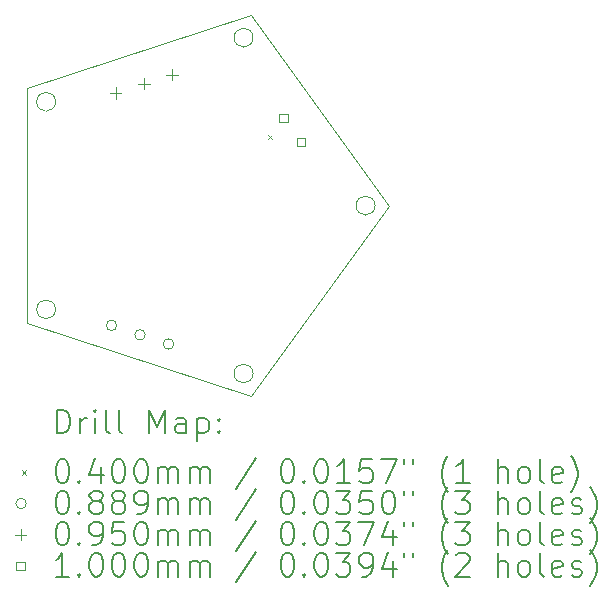
<source format=gbr>
%TF.GenerationSoftware,KiCad,Pcbnew,(6.0.8-1)-1*%
%TF.CreationDate,2022-11-30T21:42:04-05:00*%
%TF.ProjectId,Untitled,556e7469-746c-4656-942e-6b696361645f,rev?*%
%TF.SameCoordinates,Original*%
%TF.FileFunction,Drillmap*%
%TF.FilePolarity,Positive*%
%FSLAX45Y45*%
G04 Gerber Fmt 4.5, Leading zero omitted, Abs format (unit mm)*
G04 Created by KiCad (PCBNEW (6.0.8-1)-1) date 2022-11-30 21:42:04*
%MOMM*%
%LPD*%
G01*
G04 APERTURE LIST*
%ADD10C,0.100000*%
%ADD11C,0.200000*%
%ADD12C,0.040000*%
%ADD13C,0.088900*%
%ADD14C,0.095000*%
G04 APERTURE END LIST*
D10*
X9244000Y-4922000D02*
G75*
G03*
X9244000Y-4922000I-80000J0D01*
G01*
X9244000Y-6680000D02*
G75*
G03*
X9244000Y-6680000I-80000J0D01*
G01*
X10898000Y-4188000D02*
X9002000Y-4804000D01*
X9002000Y-6798000D02*
X10898000Y-7414000D01*
X9002000Y-4804000D02*
X9002000Y-6798000D01*
X12069000Y-5801000D02*
X10898000Y-7414000D01*
X11949000Y-5801000D02*
G75*
G03*
X11949000Y-5801000I-80000J0D01*
G01*
X10916000Y-7223000D02*
G75*
G03*
X10916000Y-7223000I-80000J0D01*
G01*
X10916000Y-4379000D02*
G75*
G03*
X10916000Y-4379000I-80000J0D01*
G01*
X12069000Y-5801000D02*
X10898000Y-4188000D01*
D11*
D12*
X11040000Y-5200000D02*
X11080000Y-5240000D01*
X11080000Y-5200000D02*
X11040000Y-5240000D01*
D13*
X9761830Y-6815800D02*
G75*
G03*
X9761830Y-6815800I-44450J0D01*
G01*
X10003398Y-6894291D02*
G75*
G03*
X10003398Y-6894291I-44450J0D01*
G01*
X10244967Y-6972781D02*
G75*
G03*
X10244967Y-6972781I-44450J0D01*
G01*
D14*
X9754472Y-4799824D02*
X9754472Y-4894824D01*
X9706972Y-4847324D02*
X9801972Y-4847324D01*
X9992236Y-4722570D02*
X9992236Y-4817570D01*
X9944736Y-4770070D02*
X10039736Y-4770070D01*
X10230000Y-4645315D02*
X10230000Y-4740315D01*
X10182500Y-4692815D02*
X10277500Y-4692815D01*
D10*
X11208409Y-5093102D02*
X11208409Y-5022390D01*
X11137698Y-5022390D01*
X11137698Y-5093102D01*
X11208409Y-5093102D01*
X11355356Y-5295356D02*
X11355356Y-5224644D01*
X11284644Y-5224644D01*
X11284644Y-5295356D01*
X11355356Y-5295356D01*
D11*
X9254619Y-7729476D02*
X9254619Y-7529476D01*
X9302238Y-7529476D01*
X9330810Y-7539000D01*
X9349857Y-7558048D01*
X9359381Y-7577095D01*
X9368905Y-7615190D01*
X9368905Y-7643762D01*
X9359381Y-7681857D01*
X9349857Y-7700905D01*
X9330810Y-7719952D01*
X9302238Y-7729476D01*
X9254619Y-7729476D01*
X9454619Y-7729476D02*
X9454619Y-7596143D01*
X9454619Y-7634238D02*
X9464143Y-7615190D01*
X9473667Y-7605667D01*
X9492714Y-7596143D01*
X9511762Y-7596143D01*
X9578429Y-7729476D02*
X9578429Y-7596143D01*
X9578429Y-7529476D02*
X9568905Y-7539000D01*
X9578429Y-7548524D01*
X9587952Y-7539000D01*
X9578429Y-7529476D01*
X9578429Y-7548524D01*
X9702238Y-7729476D02*
X9683190Y-7719952D01*
X9673667Y-7700905D01*
X9673667Y-7529476D01*
X9807000Y-7729476D02*
X9787952Y-7719952D01*
X9778429Y-7700905D01*
X9778429Y-7529476D01*
X10035571Y-7729476D02*
X10035571Y-7529476D01*
X10102238Y-7672333D01*
X10168905Y-7529476D01*
X10168905Y-7729476D01*
X10349857Y-7729476D02*
X10349857Y-7624714D01*
X10340333Y-7605667D01*
X10321286Y-7596143D01*
X10283190Y-7596143D01*
X10264143Y-7605667D01*
X10349857Y-7719952D02*
X10330810Y-7729476D01*
X10283190Y-7729476D01*
X10264143Y-7719952D01*
X10254619Y-7700905D01*
X10254619Y-7681857D01*
X10264143Y-7662809D01*
X10283190Y-7653286D01*
X10330810Y-7653286D01*
X10349857Y-7643762D01*
X10445095Y-7596143D02*
X10445095Y-7796143D01*
X10445095Y-7605667D02*
X10464143Y-7596143D01*
X10502238Y-7596143D01*
X10521286Y-7605667D01*
X10530810Y-7615190D01*
X10540333Y-7634238D01*
X10540333Y-7691381D01*
X10530810Y-7710428D01*
X10521286Y-7719952D01*
X10502238Y-7729476D01*
X10464143Y-7729476D01*
X10445095Y-7719952D01*
X10626048Y-7710428D02*
X10635571Y-7719952D01*
X10626048Y-7729476D01*
X10616524Y-7719952D01*
X10626048Y-7710428D01*
X10626048Y-7729476D01*
X10626048Y-7605667D02*
X10635571Y-7615190D01*
X10626048Y-7624714D01*
X10616524Y-7615190D01*
X10626048Y-7605667D01*
X10626048Y-7624714D01*
D12*
X8957000Y-8039000D02*
X8997000Y-8079000D01*
X8997000Y-8039000D02*
X8957000Y-8079000D01*
D11*
X9292714Y-7949476D02*
X9311762Y-7949476D01*
X9330810Y-7959000D01*
X9340333Y-7968524D01*
X9349857Y-7987571D01*
X9359381Y-8025667D01*
X9359381Y-8073286D01*
X9349857Y-8111381D01*
X9340333Y-8130428D01*
X9330810Y-8139952D01*
X9311762Y-8149476D01*
X9292714Y-8149476D01*
X9273667Y-8139952D01*
X9264143Y-8130428D01*
X9254619Y-8111381D01*
X9245095Y-8073286D01*
X9245095Y-8025667D01*
X9254619Y-7987571D01*
X9264143Y-7968524D01*
X9273667Y-7959000D01*
X9292714Y-7949476D01*
X9445095Y-8130428D02*
X9454619Y-8139952D01*
X9445095Y-8149476D01*
X9435571Y-8139952D01*
X9445095Y-8130428D01*
X9445095Y-8149476D01*
X9626048Y-8016143D02*
X9626048Y-8149476D01*
X9578429Y-7939952D02*
X9530810Y-8082809D01*
X9654619Y-8082809D01*
X9768905Y-7949476D02*
X9787952Y-7949476D01*
X9807000Y-7959000D01*
X9816524Y-7968524D01*
X9826048Y-7987571D01*
X9835571Y-8025667D01*
X9835571Y-8073286D01*
X9826048Y-8111381D01*
X9816524Y-8130428D01*
X9807000Y-8139952D01*
X9787952Y-8149476D01*
X9768905Y-8149476D01*
X9749857Y-8139952D01*
X9740333Y-8130428D01*
X9730810Y-8111381D01*
X9721286Y-8073286D01*
X9721286Y-8025667D01*
X9730810Y-7987571D01*
X9740333Y-7968524D01*
X9749857Y-7959000D01*
X9768905Y-7949476D01*
X9959381Y-7949476D02*
X9978429Y-7949476D01*
X9997476Y-7959000D01*
X10007000Y-7968524D01*
X10016524Y-7987571D01*
X10026048Y-8025667D01*
X10026048Y-8073286D01*
X10016524Y-8111381D01*
X10007000Y-8130428D01*
X9997476Y-8139952D01*
X9978429Y-8149476D01*
X9959381Y-8149476D01*
X9940333Y-8139952D01*
X9930810Y-8130428D01*
X9921286Y-8111381D01*
X9911762Y-8073286D01*
X9911762Y-8025667D01*
X9921286Y-7987571D01*
X9930810Y-7968524D01*
X9940333Y-7959000D01*
X9959381Y-7949476D01*
X10111762Y-8149476D02*
X10111762Y-8016143D01*
X10111762Y-8035190D02*
X10121286Y-8025667D01*
X10140333Y-8016143D01*
X10168905Y-8016143D01*
X10187952Y-8025667D01*
X10197476Y-8044714D01*
X10197476Y-8149476D01*
X10197476Y-8044714D02*
X10207000Y-8025667D01*
X10226048Y-8016143D01*
X10254619Y-8016143D01*
X10273667Y-8025667D01*
X10283190Y-8044714D01*
X10283190Y-8149476D01*
X10378429Y-8149476D02*
X10378429Y-8016143D01*
X10378429Y-8035190D02*
X10387952Y-8025667D01*
X10407000Y-8016143D01*
X10435571Y-8016143D01*
X10454619Y-8025667D01*
X10464143Y-8044714D01*
X10464143Y-8149476D01*
X10464143Y-8044714D02*
X10473667Y-8025667D01*
X10492714Y-8016143D01*
X10521286Y-8016143D01*
X10540333Y-8025667D01*
X10549857Y-8044714D01*
X10549857Y-8149476D01*
X10940333Y-7939952D02*
X10768905Y-8197095D01*
X11197476Y-7949476D02*
X11216524Y-7949476D01*
X11235571Y-7959000D01*
X11245095Y-7968524D01*
X11254619Y-7987571D01*
X11264143Y-8025667D01*
X11264143Y-8073286D01*
X11254619Y-8111381D01*
X11245095Y-8130428D01*
X11235571Y-8139952D01*
X11216524Y-8149476D01*
X11197476Y-8149476D01*
X11178429Y-8139952D01*
X11168905Y-8130428D01*
X11159381Y-8111381D01*
X11149857Y-8073286D01*
X11149857Y-8025667D01*
X11159381Y-7987571D01*
X11168905Y-7968524D01*
X11178429Y-7959000D01*
X11197476Y-7949476D01*
X11349857Y-8130428D02*
X11359381Y-8139952D01*
X11349857Y-8149476D01*
X11340333Y-8139952D01*
X11349857Y-8130428D01*
X11349857Y-8149476D01*
X11483190Y-7949476D02*
X11502238Y-7949476D01*
X11521286Y-7959000D01*
X11530809Y-7968524D01*
X11540333Y-7987571D01*
X11549857Y-8025667D01*
X11549857Y-8073286D01*
X11540333Y-8111381D01*
X11530809Y-8130428D01*
X11521286Y-8139952D01*
X11502238Y-8149476D01*
X11483190Y-8149476D01*
X11464143Y-8139952D01*
X11454619Y-8130428D01*
X11445095Y-8111381D01*
X11435571Y-8073286D01*
X11435571Y-8025667D01*
X11445095Y-7987571D01*
X11454619Y-7968524D01*
X11464143Y-7959000D01*
X11483190Y-7949476D01*
X11740333Y-8149476D02*
X11626048Y-8149476D01*
X11683190Y-8149476D02*
X11683190Y-7949476D01*
X11664143Y-7978048D01*
X11645095Y-7997095D01*
X11626048Y-8006619D01*
X11921286Y-7949476D02*
X11826048Y-7949476D01*
X11816524Y-8044714D01*
X11826048Y-8035190D01*
X11845095Y-8025667D01*
X11892714Y-8025667D01*
X11911762Y-8035190D01*
X11921286Y-8044714D01*
X11930809Y-8063762D01*
X11930809Y-8111381D01*
X11921286Y-8130428D01*
X11911762Y-8139952D01*
X11892714Y-8149476D01*
X11845095Y-8149476D01*
X11826048Y-8139952D01*
X11816524Y-8130428D01*
X11997476Y-7949476D02*
X12130809Y-7949476D01*
X12045095Y-8149476D01*
X12197476Y-7949476D02*
X12197476Y-7987571D01*
X12273667Y-7949476D02*
X12273667Y-7987571D01*
X12568905Y-8225667D02*
X12559381Y-8216143D01*
X12540333Y-8187571D01*
X12530809Y-8168524D01*
X12521286Y-8139952D01*
X12511762Y-8092333D01*
X12511762Y-8054238D01*
X12521286Y-8006619D01*
X12530809Y-7978048D01*
X12540333Y-7959000D01*
X12559381Y-7930428D01*
X12568905Y-7920905D01*
X12749857Y-8149476D02*
X12635571Y-8149476D01*
X12692714Y-8149476D02*
X12692714Y-7949476D01*
X12673667Y-7978048D01*
X12654619Y-7997095D01*
X12635571Y-8006619D01*
X12987952Y-8149476D02*
X12987952Y-7949476D01*
X13073667Y-8149476D02*
X13073667Y-8044714D01*
X13064143Y-8025667D01*
X13045095Y-8016143D01*
X13016524Y-8016143D01*
X12997476Y-8025667D01*
X12987952Y-8035190D01*
X13197476Y-8149476D02*
X13178428Y-8139952D01*
X13168905Y-8130428D01*
X13159381Y-8111381D01*
X13159381Y-8054238D01*
X13168905Y-8035190D01*
X13178428Y-8025667D01*
X13197476Y-8016143D01*
X13226048Y-8016143D01*
X13245095Y-8025667D01*
X13254619Y-8035190D01*
X13264143Y-8054238D01*
X13264143Y-8111381D01*
X13254619Y-8130428D01*
X13245095Y-8139952D01*
X13226048Y-8149476D01*
X13197476Y-8149476D01*
X13378428Y-8149476D02*
X13359381Y-8139952D01*
X13349857Y-8120905D01*
X13349857Y-7949476D01*
X13530809Y-8139952D02*
X13511762Y-8149476D01*
X13473667Y-8149476D01*
X13454619Y-8139952D01*
X13445095Y-8120905D01*
X13445095Y-8044714D01*
X13454619Y-8025667D01*
X13473667Y-8016143D01*
X13511762Y-8016143D01*
X13530809Y-8025667D01*
X13540333Y-8044714D01*
X13540333Y-8063762D01*
X13445095Y-8082809D01*
X13607000Y-8225667D02*
X13616524Y-8216143D01*
X13635571Y-8187571D01*
X13645095Y-8168524D01*
X13654619Y-8139952D01*
X13664143Y-8092333D01*
X13664143Y-8054238D01*
X13654619Y-8006619D01*
X13645095Y-7978048D01*
X13635571Y-7959000D01*
X13616524Y-7930428D01*
X13607000Y-7920905D01*
D13*
X8997000Y-8323000D02*
G75*
G03*
X8997000Y-8323000I-44450J0D01*
G01*
D11*
X9292714Y-8213476D02*
X9311762Y-8213476D01*
X9330810Y-8223000D01*
X9340333Y-8232524D01*
X9349857Y-8251571D01*
X9359381Y-8289667D01*
X9359381Y-8337286D01*
X9349857Y-8375381D01*
X9340333Y-8394429D01*
X9330810Y-8403952D01*
X9311762Y-8413476D01*
X9292714Y-8413476D01*
X9273667Y-8403952D01*
X9264143Y-8394429D01*
X9254619Y-8375381D01*
X9245095Y-8337286D01*
X9245095Y-8289667D01*
X9254619Y-8251571D01*
X9264143Y-8232524D01*
X9273667Y-8223000D01*
X9292714Y-8213476D01*
X9445095Y-8394429D02*
X9454619Y-8403952D01*
X9445095Y-8413476D01*
X9435571Y-8403952D01*
X9445095Y-8394429D01*
X9445095Y-8413476D01*
X9568905Y-8299190D02*
X9549857Y-8289667D01*
X9540333Y-8280143D01*
X9530810Y-8261095D01*
X9530810Y-8251571D01*
X9540333Y-8232524D01*
X9549857Y-8223000D01*
X9568905Y-8213476D01*
X9607000Y-8213476D01*
X9626048Y-8223000D01*
X9635571Y-8232524D01*
X9645095Y-8251571D01*
X9645095Y-8261095D01*
X9635571Y-8280143D01*
X9626048Y-8289667D01*
X9607000Y-8299190D01*
X9568905Y-8299190D01*
X9549857Y-8308714D01*
X9540333Y-8318238D01*
X9530810Y-8337286D01*
X9530810Y-8375381D01*
X9540333Y-8394429D01*
X9549857Y-8403952D01*
X9568905Y-8413476D01*
X9607000Y-8413476D01*
X9626048Y-8403952D01*
X9635571Y-8394429D01*
X9645095Y-8375381D01*
X9645095Y-8337286D01*
X9635571Y-8318238D01*
X9626048Y-8308714D01*
X9607000Y-8299190D01*
X9759381Y-8299190D02*
X9740333Y-8289667D01*
X9730810Y-8280143D01*
X9721286Y-8261095D01*
X9721286Y-8251571D01*
X9730810Y-8232524D01*
X9740333Y-8223000D01*
X9759381Y-8213476D01*
X9797476Y-8213476D01*
X9816524Y-8223000D01*
X9826048Y-8232524D01*
X9835571Y-8251571D01*
X9835571Y-8261095D01*
X9826048Y-8280143D01*
X9816524Y-8289667D01*
X9797476Y-8299190D01*
X9759381Y-8299190D01*
X9740333Y-8308714D01*
X9730810Y-8318238D01*
X9721286Y-8337286D01*
X9721286Y-8375381D01*
X9730810Y-8394429D01*
X9740333Y-8403952D01*
X9759381Y-8413476D01*
X9797476Y-8413476D01*
X9816524Y-8403952D01*
X9826048Y-8394429D01*
X9835571Y-8375381D01*
X9835571Y-8337286D01*
X9826048Y-8318238D01*
X9816524Y-8308714D01*
X9797476Y-8299190D01*
X9930810Y-8413476D02*
X9968905Y-8413476D01*
X9987952Y-8403952D01*
X9997476Y-8394429D01*
X10016524Y-8365857D01*
X10026048Y-8327762D01*
X10026048Y-8251571D01*
X10016524Y-8232524D01*
X10007000Y-8223000D01*
X9987952Y-8213476D01*
X9949857Y-8213476D01*
X9930810Y-8223000D01*
X9921286Y-8232524D01*
X9911762Y-8251571D01*
X9911762Y-8299190D01*
X9921286Y-8318238D01*
X9930810Y-8327762D01*
X9949857Y-8337286D01*
X9987952Y-8337286D01*
X10007000Y-8327762D01*
X10016524Y-8318238D01*
X10026048Y-8299190D01*
X10111762Y-8413476D02*
X10111762Y-8280143D01*
X10111762Y-8299190D02*
X10121286Y-8289667D01*
X10140333Y-8280143D01*
X10168905Y-8280143D01*
X10187952Y-8289667D01*
X10197476Y-8308714D01*
X10197476Y-8413476D01*
X10197476Y-8308714D02*
X10207000Y-8289667D01*
X10226048Y-8280143D01*
X10254619Y-8280143D01*
X10273667Y-8289667D01*
X10283190Y-8308714D01*
X10283190Y-8413476D01*
X10378429Y-8413476D02*
X10378429Y-8280143D01*
X10378429Y-8299190D02*
X10387952Y-8289667D01*
X10407000Y-8280143D01*
X10435571Y-8280143D01*
X10454619Y-8289667D01*
X10464143Y-8308714D01*
X10464143Y-8413476D01*
X10464143Y-8308714D02*
X10473667Y-8289667D01*
X10492714Y-8280143D01*
X10521286Y-8280143D01*
X10540333Y-8289667D01*
X10549857Y-8308714D01*
X10549857Y-8413476D01*
X10940333Y-8203952D02*
X10768905Y-8461095D01*
X11197476Y-8213476D02*
X11216524Y-8213476D01*
X11235571Y-8223000D01*
X11245095Y-8232524D01*
X11254619Y-8251571D01*
X11264143Y-8289667D01*
X11264143Y-8337286D01*
X11254619Y-8375381D01*
X11245095Y-8394429D01*
X11235571Y-8403952D01*
X11216524Y-8413476D01*
X11197476Y-8413476D01*
X11178429Y-8403952D01*
X11168905Y-8394429D01*
X11159381Y-8375381D01*
X11149857Y-8337286D01*
X11149857Y-8289667D01*
X11159381Y-8251571D01*
X11168905Y-8232524D01*
X11178429Y-8223000D01*
X11197476Y-8213476D01*
X11349857Y-8394429D02*
X11359381Y-8403952D01*
X11349857Y-8413476D01*
X11340333Y-8403952D01*
X11349857Y-8394429D01*
X11349857Y-8413476D01*
X11483190Y-8213476D02*
X11502238Y-8213476D01*
X11521286Y-8223000D01*
X11530809Y-8232524D01*
X11540333Y-8251571D01*
X11549857Y-8289667D01*
X11549857Y-8337286D01*
X11540333Y-8375381D01*
X11530809Y-8394429D01*
X11521286Y-8403952D01*
X11502238Y-8413476D01*
X11483190Y-8413476D01*
X11464143Y-8403952D01*
X11454619Y-8394429D01*
X11445095Y-8375381D01*
X11435571Y-8337286D01*
X11435571Y-8289667D01*
X11445095Y-8251571D01*
X11454619Y-8232524D01*
X11464143Y-8223000D01*
X11483190Y-8213476D01*
X11616524Y-8213476D02*
X11740333Y-8213476D01*
X11673667Y-8289667D01*
X11702238Y-8289667D01*
X11721286Y-8299190D01*
X11730809Y-8308714D01*
X11740333Y-8327762D01*
X11740333Y-8375381D01*
X11730809Y-8394429D01*
X11721286Y-8403952D01*
X11702238Y-8413476D01*
X11645095Y-8413476D01*
X11626048Y-8403952D01*
X11616524Y-8394429D01*
X11921286Y-8213476D02*
X11826048Y-8213476D01*
X11816524Y-8308714D01*
X11826048Y-8299190D01*
X11845095Y-8289667D01*
X11892714Y-8289667D01*
X11911762Y-8299190D01*
X11921286Y-8308714D01*
X11930809Y-8327762D01*
X11930809Y-8375381D01*
X11921286Y-8394429D01*
X11911762Y-8403952D01*
X11892714Y-8413476D01*
X11845095Y-8413476D01*
X11826048Y-8403952D01*
X11816524Y-8394429D01*
X12054619Y-8213476D02*
X12073667Y-8213476D01*
X12092714Y-8223000D01*
X12102238Y-8232524D01*
X12111762Y-8251571D01*
X12121286Y-8289667D01*
X12121286Y-8337286D01*
X12111762Y-8375381D01*
X12102238Y-8394429D01*
X12092714Y-8403952D01*
X12073667Y-8413476D01*
X12054619Y-8413476D01*
X12035571Y-8403952D01*
X12026048Y-8394429D01*
X12016524Y-8375381D01*
X12007000Y-8337286D01*
X12007000Y-8289667D01*
X12016524Y-8251571D01*
X12026048Y-8232524D01*
X12035571Y-8223000D01*
X12054619Y-8213476D01*
X12197476Y-8213476D02*
X12197476Y-8251571D01*
X12273667Y-8213476D02*
X12273667Y-8251571D01*
X12568905Y-8489667D02*
X12559381Y-8480143D01*
X12540333Y-8451571D01*
X12530809Y-8432524D01*
X12521286Y-8403952D01*
X12511762Y-8356333D01*
X12511762Y-8318238D01*
X12521286Y-8270619D01*
X12530809Y-8242048D01*
X12540333Y-8223000D01*
X12559381Y-8194428D01*
X12568905Y-8184905D01*
X12626048Y-8213476D02*
X12749857Y-8213476D01*
X12683190Y-8289667D01*
X12711762Y-8289667D01*
X12730809Y-8299190D01*
X12740333Y-8308714D01*
X12749857Y-8327762D01*
X12749857Y-8375381D01*
X12740333Y-8394429D01*
X12730809Y-8403952D01*
X12711762Y-8413476D01*
X12654619Y-8413476D01*
X12635571Y-8403952D01*
X12626048Y-8394429D01*
X12987952Y-8413476D02*
X12987952Y-8213476D01*
X13073667Y-8413476D02*
X13073667Y-8308714D01*
X13064143Y-8289667D01*
X13045095Y-8280143D01*
X13016524Y-8280143D01*
X12997476Y-8289667D01*
X12987952Y-8299190D01*
X13197476Y-8413476D02*
X13178428Y-8403952D01*
X13168905Y-8394429D01*
X13159381Y-8375381D01*
X13159381Y-8318238D01*
X13168905Y-8299190D01*
X13178428Y-8289667D01*
X13197476Y-8280143D01*
X13226048Y-8280143D01*
X13245095Y-8289667D01*
X13254619Y-8299190D01*
X13264143Y-8318238D01*
X13264143Y-8375381D01*
X13254619Y-8394429D01*
X13245095Y-8403952D01*
X13226048Y-8413476D01*
X13197476Y-8413476D01*
X13378428Y-8413476D02*
X13359381Y-8403952D01*
X13349857Y-8384905D01*
X13349857Y-8213476D01*
X13530809Y-8403952D02*
X13511762Y-8413476D01*
X13473667Y-8413476D01*
X13454619Y-8403952D01*
X13445095Y-8384905D01*
X13445095Y-8308714D01*
X13454619Y-8289667D01*
X13473667Y-8280143D01*
X13511762Y-8280143D01*
X13530809Y-8289667D01*
X13540333Y-8308714D01*
X13540333Y-8327762D01*
X13445095Y-8346809D01*
X13616524Y-8403952D02*
X13635571Y-8413476D01*
X13673667Y-8413476D01*
X13692714Y-8403952D01*
X13702238Y-8384905D01*
X13702238Y-8375381D01*
X13692714Y-8356333D01*
X13673667Y-8346809D01*
X13645095Y-8346809D01*
X13626048Y-8337286D01*
X13616524Y-8318238D01*
X13616524Y-8308714D01*
X13626048Y-8289667D01*
X13645095Y-8280143D01*
X13673667Y-8280143D01*
X13692714Y-8289667D01*
X13768905Y-8489667D02*
X13778428Y-8480143D01*
X13797476Y-8451571D01*
X13807000Y-8432524D01*
X13816524Y-8403952D01*
X13826048Y-8356333D01*
X13826048Y-8318238D01*
X13816524Y-8270619D01*
X13807000Y-8242048D01*
X13797476Y-8223000D01*
X13778428Y-8194428D01*
X13768905Y-8184905D01*
D14*
X8949500Y-8539500D02*
X8949500Y-8634500D01*
X8902000Y-8587000D02*
X8997000Y-8587000D01*
D11*
X9292714Y-8477476D02*
X9311762Y-8477476D01*
X9330810Y-8487000D01*
X9340333Y-8496524D01*
X9349857Y-8515571D01*
X9359381Y-8553667D01*
X9359381Y-8601286D01*
X9349857Y-8639381D01*
X9340333Y-8658429D01*
X9330810Y-8667952D01*
X9311762Y-8677476D01*
X9292714Y-8677476D01*
X9273667Y-8667952D01*
X9264143Y-8658429D01*
X9254619Y-8639381D01*
X9245095Y-8601286D01*
X9245095Y-8553667D01*
X9254619Y-8515571D01*
X9264143Y-8496524D01*
X9273667Y-8487000D01*
X9292714Y-8477476D01*
X9445095Y-8658429D02*
X9454619Y-8667952D01*
X9445095Y-8677476D01*
X9435571Y-8667952D01*
X9445095Y-8658429D01*
X9445095Y-8677476D01*
X9549857Y-8677476D02*
X9587952Y-8677476D01*
X9607000Y-8667952D01*
X9616524Y-8658429D01*
X9635571Y-8629857D01*
X9645095Y-8591762D01*
X9645095Y-8515571D01*
X9635571Y-8496524D01*
X9626048Y-8487000D01*
X9607000Y-8477476D01*
X9568905Y-8477476D01*
X9549857Y-8487000D01*
X9540333Y-8496524D01*
X9530810Y-8515571D01*
X9530810Y-8563190D01*
X9540333Y-8582238D01*
X9549857Y-8591762D01*
X9568905Y-8601286D01*
X9607000Y-8601286D01*
X9626048Y-8591762D01*
X9635571Y-8582238D01*
X9645095Y-8563190D01*
X9826048Y-8477476D02*
X9730810Y-8477476D01*
X9721286Y-8572714D01*
X9730810Y-8563190D01*
X9749857Y-8553667D01*
X9797476Y-8553667D01*
X9816524Y-8563190D01*
X9826048Y-8572714D01*
X9835571Y-8591762D01*
X9835571Y-8639381D01*
X9826048Y-8658429D01*
X9816524Y-8667952D01*
X9797476Y-8677476D01*
X9749857Y-8677476D01*
X9730810Y-8667952D01*
X9721286Y-8658429D01*
X9959381Y-8477476D02*
X9978429Y-8477476D01*
X9997476Y-8487000D01*
X10007000Y-8496524D01*
X10016524Y-8515571D01*
X10026048Y-8553667D01*
X10026048Y-8601286D01*
X10016524Y-8639381D01*
X10007000Y-8658429D01*
X9997476Y-8667952D01*
X9978429Y-8677476D01*
X9959381Y-8677476D01*
X9940333Y-8667952D01*
X9930810Y-8658429D01*
X9921286Y-8639381D01*
X9911762Y-8601286D01*
X9911762Y-8553667D01*
X9921286Y-8515571D01*
X9930810Y-8496524D01*
X9940333Y-8487000D01*
X9959381Y-8477476D01*
X10111762Y-8677476D02*
X10111762Y-8544143D01*
X10111762Y-8563190D02*
X10121286Y-8553667D01*
X10140333Y-8544143D01*
X10168905Y-8544143D01*
X10187952Y-8553667D01*
X10197476Y-8572714D01*
X10197476Y-8677476D01*
X10197476Y-8572714D02*
X10207000Y-8553667D01*
X10226048Y-8544143D01*
X10254619Y-8544143D01*
X10273667Y-8553667D01*
X10283190Y-8572714D01*
X10283190Y-8677476D01*
X10378429Y-8677476D02*
X10378429Y-8544143D01*
X10378429Y-8563190D02*
X10387952Y-8553667D01*
X10407000Y-8544143D01*
X10435571Y-8544143D01*
X10454619Y-8553667D01*
X10464143Y-8572714D01*
X10464143Y-8677476D01*
X10464143Y-8572714D02*
X10473667Y-8553667D01*
X10492714Y-8544143D01*
X10521286Y-8544143D01*
X10540333Y-8553667D01*
X10549857Y-8572714D01*
X10549857Y-8677476D01*
X10940333Y-8467952D02*
X10768905Y-8725095D01*
X11197476Y-8477476D02*
X11216524Y-8477476D01*
X11235571Y-8487000D01*
X11245095Y-8496524D01*
X11254619Y-8515571D01*
X11264143Y-8553667D01*
X11264143Y-8601286D01*
X11254619Y-8639381D01*
X11245095Y-8658429D01*
X11235571Y-8667952D01*
X11216524Y-8677476D01*
X11197476Y-8677476D01*
X11178429Y-8667952D01*
X11168905Y-8658429D01*
X11159381Y-8639381D01*
X11149857Y-8601286D01*
X11149857Y-8553667D01*
X11159381Y-8515571D01*
X11168905Y-8496524D01*
X11178429Y-8487000D01*
X11197476Y-8477476D01*
X11349857Y-8658429D02*
X11359381Y-8667952D01*
X11349857Y-8677476D01*
X11340333Y-8667952D01*
X11349857Y-8658429D01*
X11349857Y-8677476D01*
X11483190Y-8477476D02*
X11502238Y-8477476D01*
X11521286Y-8487000D01*
X11530809Y-8496524D01*
X11540333Y-8515571D01*
X11549857Y-8553667D01*
X11549857Y-8601286D01*
X11540333Y-8639381D01*
X11530809Y-8658429D01*
X11521286Y-8667952D01*
X11502238Y-8677476D01*
X11483190Y-8677476D01*
X11464143Y-8667952D01*
X11454619Y-8658429D01*
X11445095Y-8639381D01*
X11435571Y-8601286D01*
X11435571Y-8553667D01*
X11445095Y-8515571D01*
X11454619Y-8496524D01*
X11464143Y-8487000D01*
X11483190Y-8477476D01*
X11616524Y-8477476D02*
X11740333Y-8477476D01*
X11673667Y-8553667D01*
X11702238Y-8553667D01*
X11721286Y-8563190D01*
X11730809Y-8572714D01*
X11740333Y-8591762D01*
X11740333Y-8639381D01*
X11730809Y-8658429D01*
X11721286Y-8667952D01*
X11702238Y-8677476D01*
X11645095Y-8677476D01*
X11626048Y-8667952D01*
X11616524Y-8658429D01*
X11807000Y-8477476D02*
X11940333Y-8477476D01*
X11854619Y-8677476D01*
X12102238Y-8544143D02*
X12102238Y-8677476D01*
X12054619Y-8467952D02*
X12007000Y-8610810D01*
X12130809Y-8610810D01*
X12197476Y-8477476D02*
X12197476Y-8515571D01*
X12273667Y-8477476D02*
X12273667Y-8515571D01*
X12568905Y-8753667D02*
X12559381Y-8744143D01*
X12540333Y-8715571D01*
X12530809Y-8696524D01*
X12521286Y-8667952D01*
X12511762Y-8620333D01*
X12511762Y-8582238D01*
X12521286Y-8534619D01*
X12530809Y-8506048D01*
X12540333Y-8487000D01*
X12559381Y-8458429D01*
X12568905Y-8448905D01*
X12626048Y-8477476D02*
X12749857Y-8477476D01*
X12683190Y-8553667D01*
X12711762Y-8553667D01*
X12730809Y-8563190D01*
X12740333Y-8572714D01*
X12749857Y-8591762D01*
X12749857Y-8639381D01*
X12740333Y-8658429D01*
X12730809Y-8667952D01*
X12711762Y-8677476D01*
X12654619Y-8677476D01*
X12635571Y-8667952D01*
X12626048Y-8658429D01*
X12987952Y-8677476D02*
X12987952Y-8477476D01*
X13073667Y-8677476D02*
X13073667Y-8572714D01*
X13064143Y-8553667D01*
X13045095Y-8544143D01*
X13016524Y-8544143D01*
X12997476Y-8553667D01*
X12987952Y-8563190D01*
X13197476Y-8677476D02*
X13178428Y-8667952D01*
X13168905Y-8658429D01*
X13159381Y-8639381D01*
X13159381Y-8582238D01*
X13168905Y-8563190D01*
X13178428Y-8553667D01*
X13197476Y-8544143D01*
X13226048Y-8544143D01*
X13245095Y-8553667D01*
X13254619Y-8563190D01*
X13264143Y-8582238D01*
X13264143Y-8639381D01*
X13254619Y-8658429D01*
X13245095Y-8667952D01*
X13226048Y-8677476D01*
X13197476Y-8677476D01*
X13378428Y-8677476D02*
X13359381Y-8667952D01*
X13349857Y-8648905D01*
X13349857Y-8477476D01*
X13530809Y-8667952D02*
X13511762Y-8677476D01*
X13473667Y-8677476D01*
X13454619Y-8667952D01*
X13445095Y-8648905D01*
X13445095Y-8572714D01*
X13454619Y-8553667D01*
X13473667Y-8544143D01*
X13511762Y-8544143D01*
X13530809Y-8553667D01*
X13540333Y-8572714D01*
X13540333Y-8591762D01*
X13445095Y-8610810D01*
X13616524Y-8667952D02*
X13635571Y-8677476D01*
X13673667Y-8677476D01*
X13692714Y-8667952D01*
X13702238Y-8648905D01*
X13702238Y-8639381D01*
X13692714Y-8620333D01*
X13673667Y-8610810D01*
X13645095Y-8610810D01*
X13626048Y-8601286D01*
X13616524Y-8582238D01*
X13616524Y-8572714D01*
X13626048Y-8553667D01*
X13645095Y-8544143D01*
X13673667Y-8544143D01*
X13692714Y-8553667D01*
X13768905Y-8753667D02*
X13778428Y-8744143D01*
X13797476Y-8715571D01*
X13807000Y-8696524D01*
X13816524Y-8667952D01*
X13826048Y-8620333D01*
X13826048Y-8582238D01*
X13816524Y-8534619D01*
X13807000Y-8506048D01*
X13797476Y-8487000D01*
X13778428Y-8458429D01*
X13768905Y-8448905D01*
D10*
X8982356Y-8886356D02*
X8982356Y-8815644D01*
X8911644Y-8815644D01*
X8911644Y-8886356D01*
X8982356Y-8886356D01*
D11*
X9359381Y-8941476D02*
X9245095Y-8941476D01*
X9302238Y-8941476D02*
X9302238Y-8741476D01*
X9283190Y-8770048D01*
X9264143Y-8789095D01*
X9245095Y-8798619D01*
X9445095Y-8922429D02*
X9454619Y-8931952D01*
X9445095Y-8941476D01*
X9435571Y-8931952D01*
X9445095Y-8922429D01*
X9445095Y-8941476D01*
X9578429Y-8741476D02*
X9597476Y-8741476D01*
X9616524Y-8751000D01*
X9626048Y-8760524D01*
X9635571Y-8779571D01*
X9645095Y-8817667D01*
X9645095Y-8865286D01*
X9635571Y-8903381D01*
X9626048Y-8922429D01*
X9616524Y-8931952D01*
X9597476Y-8941476D01*
X9578429Y-8941476D01*
X9559381Y-8931952D01*
X9549857Y-8922429D01*
X9540333Y-8903381D01*
X9530810Y-8865286D01*
X9530810Y-8817667D01*
X9540333Y-8779571D01*
X9549857Y-8760524D01*
X9559381Y-8751000D01*
X9578429Y-8741476D01*
X9768905Y-8741476D02*
X9787952Y-8741476D01*
X9807000Y-8751000D01*
X9816524Y-8760524D01*
X9826048Y-8779571D01*
X9835571Y-8817667D01*
X9835571Y-8865286D01*
X9826048Y-8903381D01*
X9816524Y-8922429D01*
X9807000Y-8931952D01*
X9787952Y-8941476D01*
X9768905Y-8941476D01*
X9749857Y-8931952D01*
X9740333Y-8922429D01*
X9730810Y-8903381D01*
X9721286Y-8865286D01*
X9721286Y-8817667D01*
X9730810Y-8779571D01*
X9740333Y-8760524D01*
X9749857Y-8751000D01*
X9768905Y-8741476D01*
X9959381Y-8741476D02*
X9978429Y-8741476D01*
X9997476Y-8751000D01*
X10007000Y-8760524D01*
X10016524Y-8779571D01*
X10026048Y-8817667D01*
X10026048Y-8865286D01*
X10016524Y-8903381D01*
X10007000Y-8922429D01*
X9997476Y-8931952D01*
X9978429Y-8941476D01*
X9959381Y-8941476D01*
X9940333Y-8931952D01*
X9930810Y-8922429D01*
X9921286Y-8903381D01*
X9911762Y-8865286D01*
X9911762Y-8817667D01*
X9921286Y-8779571D01*
X9930810Y-8760524D01*
X9940333Y-8751000D01*
X9959381Y-8741476D01*
X10111762Y-8941476D02*
X10111762Y-8808143D01*
X10111762Y-8827190D02*
X10121286Y-8817667D01*
X10140333Y-8808143D01*
X10168905Y-8808143D01*
X10187952Y-8817667D01*
X10197476Y-8836714D01*
X10197476Y-8941476D01*
X10197476Y-8836714D02*
X10207000Y-8817667D01*
X10226048Y-8808143D01*
X10254619Y-8808143D01*
X10273667Y-8817667D01*
X10283190Y-8836714D01*
X10283190Y-8941476D01*
X10378429Y-8941476D02*
X10378429Y-8808143D01*
X10378429Y-8827190D02*
X10387952Y-8817667D01*
X10407000Y-8808143D01*
X10435571Y-8808143D01*
X10454619Y-8817667D01*
X10464143Y-8836714D01*
X10464143Y-8941476D01*
X10464143Y-8836714D02*
X10473667Y-8817667D01*
X10492714Y-8808143D01*
X10521286Y-8808143D01*
X10540333Y-8817667D01*
X10549857Y-8836714D01*
X10549857Y-8941476D01*
X10940333Y-8731952D02*
X10768905Y-8989095D01*
X11197476Y-8741476D02*
X11216524Y-8741476D01*
X11235571Y-8751000D01*
X11245095Y-8760524D01*
X11254619Y-8779571D01*
X11264143Y-8817667D01*
X11264143Y-8865286D01*
X11254619Y-8903381D01*
X11245095Y-8922429D01*
X11235571Y-8931952D01*
X11216524Y-8941476D01*
X11197476Y-8941476D01*
X11178429Y-8931952D01*
X11168905Y-8922429D01*
X11159381Y-8903381D01*
X11149857Y-8865286D01*
X11149857Y-8817667D01*
X11159381Y-8779571D01*
X11168905Y-8760524D01*
X11178429Y-8751000D01*
X11197476Y-8741476D01*
X11349857Y-8922429D02*
X11359381Y-8931952D01*
X11349857Y-8941476D01*
X11340333Y-8931952D01*
X11349857Y-8922429D01*
X11349857Y-8941476D01*
X11483190Y-8741476D02*
X11502238Y-8741476D01*
X11521286Y-8751000D01*
X11530809Y-8760524D01*
X11540333Y-8779571D01*
X11549857Y-8817667D01*
X11549857Y-8865286D01*
X11540333Y-8903381D01*
X11530809Y-8922429D01*
X11521286Y-8931952D01*
X11502238Y-8941476D01*
X11483190Y-8941476D01*
X11464143Y-8931952D01*
X11454619Y-8922429D01*
X11445095Y-8903381D01*
X11435571Y-8865286D01*
X11435571Y-8817667D01*
X11445095Y-8779571D01*
X11454619Y-8760524D01*
X11464143Y-8751000D01*
X11483190Y-8741476D01*
X11616524Y-8741476D02*
X11740333Y-8741476D01*
X11673667Y-8817667D01*
X11702238Y-8817667D01*
X11721286Y-8827190D01*
X11730809Y-8836714D01*
X11740333Y-8855762D01*
X11740333Y-8903381D01*
X11730809Y-8922429D01*
X11721286Y-8931952D01*
X11702238Y-8941476D01*
X11645095Y-8941476D01*
X11626048Y-8931952D01*
X11616524Y-8922429D01*
X11835571Y-8941476D02*
X11873667Y-8941476D01*
X11892714Y-8931952D01*
X11902238Y-8922429D01*
X11921286Y-8893857D01*
X11930809Y-8855762D01*
X11930809Y-8779571D01*
X11921286Y-8760524D01*
X11911762Y-8751000D01*
X11892714Y-8741476D01*
X11854619Y-8741476D01*
X11835571Y-8751000D01*
X11826048Y-8760524D01*
X11816524Y-8779571D01*
X11816524Y-8827190D01*
X11826048Y-8846238D01*
X11835571Y-8855762D01*
X11854619Y-8865286D01*
X11892714Y-8865286D01*
X11911762Y-8855762D01*
X11921286Y-8846238D01*
X11930809Y-8827190D01*
X12102238Y-8808143D02*
X12102238Y-8941476D01*
X12054619Y-8731952D02*
X12007000Y-8874810D01*
X12130809Y-8874810D01*
X12197476Y-8741476D02*
X12197476Y-8779571D01*
X12273667Y-8741476D02*
X12273667Y-8779571D01*
X12568905Y-9017667D02*
X12559381Y-9008143D01*
X12540333Y-8979571D01*
X12530809Y-8960524D01*
X12521286Y-8931952D01*
X12511762Y-8884333D01*
X12511762Y-8846238D01*
X12521286Y-8798619D01*
X12530809Y-8770048D01*
X12540333Y-8751000D01*
X12559381Y-8722429D01*
X12568905Y-8712905D01*
X12635571Y-8760524D02*
X12645095Y-8751000D01*
X12664143Y-8741476D01*
X12711762Y-8741476D01*
X12730809Y-8751000D01*
X12740333Y-8760524D01*
X12749857Y-8779571D01*
X12749857Y-8798619D01*
X12740333Y-8827190D01*
X12626048Y-8941476D01*
X12749857Y-8941476D01*
X12987952Y-8941476D02*
X12987952Y-8741476D01*
X13073667Y-8941476D02*
X13073667Y-8836714D01*
X13064143Y-8817667D01*
X13045095Y-8808143D01*
X13016524Y-8808143D01*
X12997476Y-8817667D01*
X12987952Y-8827190D01*
X13197476Y-8941476D02*
X13178428Y-8931952D01*
X13168905Y-8922429D01*
X13159381Y-8903381D01*
X13159381Y-8846238D01*
X13168905Y-8827190D01*
X13178428Y-8817667D01*
X13197476Y-8808143D01*
X13226048Y-8808143D01*
X13245095Y-8817667D01*
X13254619Y-8827190D01*
X13264143Y-8846238D01*
X13264143Y-8903381D01*
X13254619Y-8922429D01*
X13245095Y-8931952D01*
X13226048Y-8941476D01*
X13197476Y-8941476D01*
X13378428Y-8941476D02*
X13359381Y-8931952D01*
X13349857Y-8912905D01*
X13349857Y-8741476D01*
X13530809Y-8931952D02*
X13511762Y-8941476D01*
X13473667Y-8941476D01*
X13454619Y-8931952D01*
X13445095Y-8912905D01*
X13445095Y-8836714D01*
X13454619Y-8817667D01*
X13473667Y-8808143D01*
X13511762Y-8808143D01*
X13530809Y-8817667D01*
X13540333Y-8836714D01*
X13540333Y-8855762D01*
X13445095Y-8874810D01*
X13616524Y-8931952D02*
X13635571Y-8941476D01*
X13673667Y-8941476D01*
X13692714Y-8931952D01*
X13702238Y-8912905D01*
X13702238Y-8903381D01*
X13692714Y-8884333D01*
X13673667Y-8874810D01*
X13645095Y-8874810D01*
X13626048Y-8865286D01*
X13616524Y-8846238D01*
X13616524Y-8836714D01*
X13626048Y-8817667D01*
X13645095Y-8808143D01*
X13673667Y-8808143D01*
X13692714Y-8817667D01*
X13768905Y-9017667D02*
X13778428Y-9008143D01*
X13797476Y-8979571D01*
X13807000Y-8960524D01*
X13816524Y-8931952D01*
X13826048Y-8884333D01*
X13826048Y-8846238D01*
X13816524Y-8798619D01*
X13807000Y-8770048D01*
X13797476Y-8751000D01*
X13778428Y-8722429D01*
X13768905Y-8712905D01*
M02*

</source>
